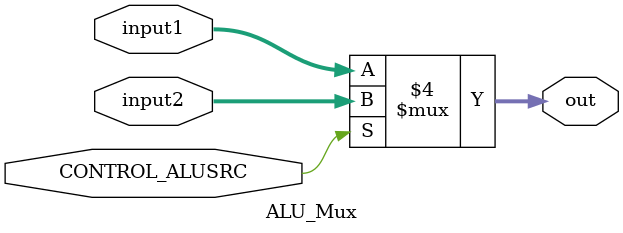
<source format=v>
module ALU_Mux
(
  input [63:0] input1,
  input [63:0] input2,
  input CONTROL_ALUSRC,
  output reg [63:0] out
);

  always @(input1, input2, CONTROL_ALUSRC, out) begin
    if (CONTROL_ALUSRC == 0) begin
      out <= input1;
    end

    else begin
      out <= input2;
    end
  end
endmodule

</source>
